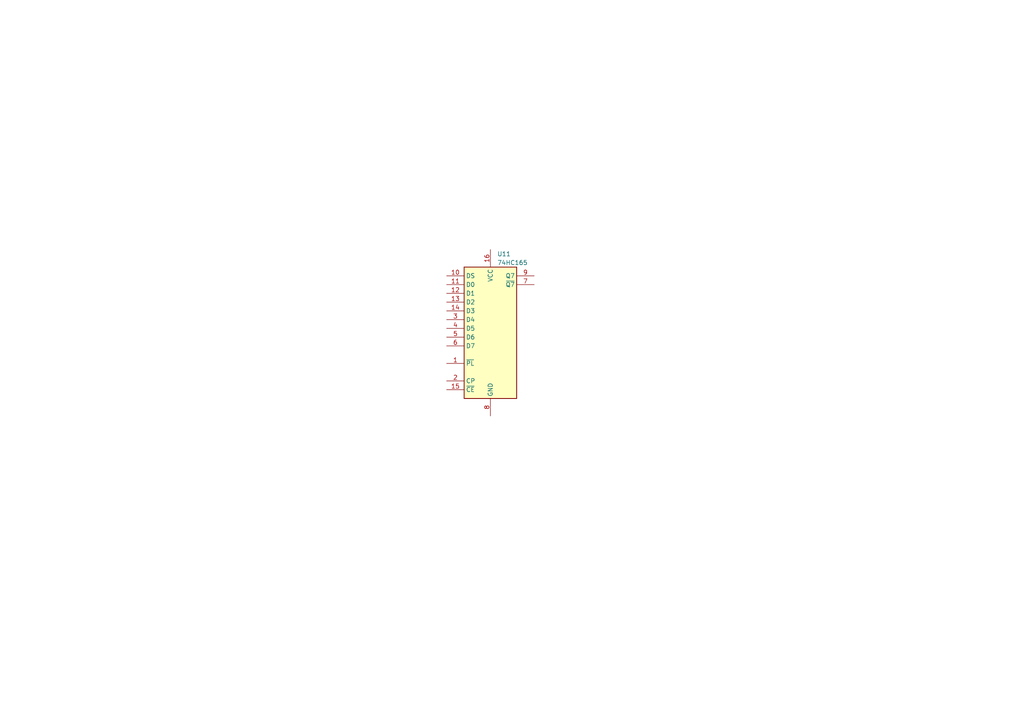
<source format=kicad_sch>
(kicad_sch (version 20230121) (generator eeschema)
  (paper "A4")
  (lib_symbols
    (symbol "74xx:74HC165"
      (property "Reference" "U" (at -7.62 19.05 0))
      (property "Value" "74HC165" (at -7.62 -21.59 0))
      (symbol "74HC165_1_0"
        (pin input line (at -12.7 -10.16 0) (length 5.08) (name "~{PL}") (number "1"))
        (pin input line (at -12.7 15.24 0) (length 5.08) (name "DS") (number "10"))
        (pin input line (at -12.7 12.7 0) (length 5.08) (name "D0") (number "11"))
        (pin input line (at -12.7 10.16 0) (length 5.08) (name "D1") (number "12"))
        (pin input line (at -12.7 7.62 0) (length 5.08) (name "D2") (number "13"))
        (pin input line (at -12.7 5.08 0) (length 5.08) (name "D3") (number "14"))
        (pin input line (at -12.7 -17.78 0) (length 5.08) (name "~{CE}") (number "15"))
        (pin power_in line (at 0 22.86 270) (length 5.08) (name "VCC") (number "16"))
        (pin input line (at -12.7 -15.24 0) (length 5.08) (name "CP") (number "2"))
        (pin input line (at -12.7 2.54 0) (length 5.08) (name "D4") (number "3"))
        (pin input line (at -12.7 0 0) (length 5.08) (name "D5") (number "4"))
        (pin input line (at -12.7 -2.54 0) (length 5.08) (name "D6") (number "5"))
        (pin input line (at -12.7 -5.08 0) (length 5.08) (name "D7") (number "6"))
        (pin output line (at 12.7 12.7 180) (length 5.08) (name "~{Q7}") (number "7"))
        (pin power_in line (at 0 -25.4 90) (length 5.08) (name "GND") (number "8"))
        (pin output line (at 12.7 15.24 180) (length 5.08) (name "Q7") (number "9"))
      )
      (symbol "74HC165_1_1"
        (rectangle (start -7.62 17.78) (end 7.62 -20.32) (stroke (width 0.254)) (fill (type background)))
      )
    )
  )
  (symbol (lib_id "74xx:74HC165") (at 142.24 95.25 0) (unit 1)
    (property "Reference" "U11" (at 144.1959 73.66 0) (effects (justify left)))
    (property "Value" "74HC165" (at 144.1959 76.2 0) (effects (justify left)))
    (property "Datasheet" "https://assets.nexperia.com/documents/data-sheet/74HC_HCT165.pdf" (effects hide))
    (instances (project "stomp_00" (path "" (reference "U11") (unit 1)) (path "" (reference "U12") (unit 1))))
  )
)
</source>
